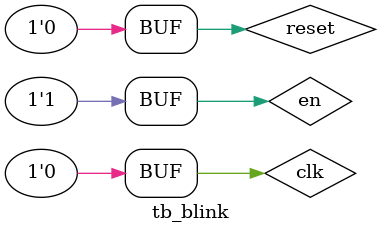
<source format=v>
`timescale 1ns / 1ps


module tb_blink();
reg clk,reset;
reg en;
wire blink;

blink #(.DVSR(5)) 
tb_blink
(
.clk(clk),
.reset(reset),
.en(en),
.blink(blink)
);

parameter T = 4;

always begin
    clk = 1'b1;
    #(T/2);
    clk = 1'b0;
    #(T/2);
end

initial begin
    reset = 1'b1;
    en = 1'b0;
    #(1.3*T);
    reset = 1'b0;
    #(T);
    en = 1'b1;
end

endmodule

</source>
